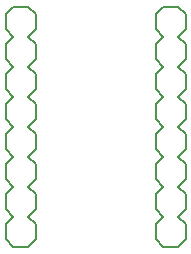
<source format=gbo>
G75*
%MOIN*%
%OFA0B0*%
%FSLAX25Y25*%
%IPPOS*%
%LPD*%
%AMOC8*
5,1,8,0,0,1.08239X$1,22.5*
%
%ADD10C,0.00800*%
D10*
X0005961Y0008224D02*
X0008461Y0005724D01*
X0013461Y0005724D01*
X0015961Y0008224D01*
X0015961Y0013224D01*
X0013461Y0015724D01*
X0015961Y0018224D01*
X0015961Y0023224D01*
X0013461Y0025724D01*
X0015961Y0028224D01*
X0015961Y0033224D01*
X0013461Y0035724D01*
X0015961Y0038224D01*
X0015961Y0043224D01*
X0013461Y0045724D01*
X0015961Y0048224D01*
X0015961Y0053224D01*
X0013461Y0055724D01*
X0015961Y0058224D01*
X0015961Y0063224D01*
X0013461Y0065724D01*
X0015961Y0068224D01*
X0015961Y0073224D01*
X0013461Y0075724D01*
X0015961Y0078224D01*
X0015961Y0083224D01*
X0013461Y0085724D01*
X0008461Y0085724D01*
X0005961Y0083224D01*
X0005961Y0078224D01*
X0008461Y0075724D01*
X0005961Y0073224D01*
X0005961Y0068224D01*
X0008461Y0065724D01*
X0005961Y0063224D01*
X0005961Y0058224D01*
X0008461Y0055724D01*
X0005961Y0053224D01*
X0005961Y0048224D01*
X0008461Y0045724D01*
X0005961Y0043224D01*
X0005961Y0038224D01*
X0008461Y0035724D01*
X0005961Y0033224D01*
X0005961Y0028224D01*
X0008461Y0025724D01*
X0005961Y0023224D01*
X0005961Y0018224D01*
X0008461Y0015724D01*
X0005961Y0013224D01*
X0005961Y0008224D01*
X0055961Y0008224D02*
X0058461Y0005724D01*
X0063461Y0005724D01*
X0065961Y0008224D01*
X0065961Y0013224D01*
X0063461Y0015724D01*
X0065961Y0018224D01*
X0065961Y0023224D01*
X0063461Y0025724D01*
X0065961Y0028224D01*
X0065961Y0033224D01*
X0063461Y0035724D01*
X0065961Y0038224D01*
X0065961Y0043224D01*
X0063461Y0045724D01*
X0065961Y0048224D01*
X0065961Y0053224D01*
X0063461Y0055724D01*
X0065961Y0058224D01*
X0065961Y0063224D01*
X0063461Y0065724D01*
X0065961Y0068224D01*
X0065961Y0073224D01*
X0063461Y0075724D01*
X0065961Y0078224D01*
X0065961Y0083224D01*
X0063461Y0085724D01*
X0058461Y0085724D01*
X0055961Y0083224D01*
X0055961Y0078224D01*
X0058461Y0075724D01*
X0055961Y0073224D01*
X0055961Y0068224D01*
X0058461Y0065724D01*
X0055961Y0063224D01*
X0055961Y0058224D01*
X0058461Y0055724D01*
X0055961Y0053224D01*
X0055961Y0048224D01*
X0058461Y0045724D01*
X0055961Y0043224D01*
X0055961Y0038224D01*
X0058461Y0035724D01*
X0055961Y0033224D01*
X0055961Y0028224D01*
X0058461Y0025724D01*
X0055961Y0023224D01*
X0055961Y0018224D01*
X0058461Y0015724D01*
X0055961Y0013224D01*
X0055961Y0008224D01*
M02*

</source>
